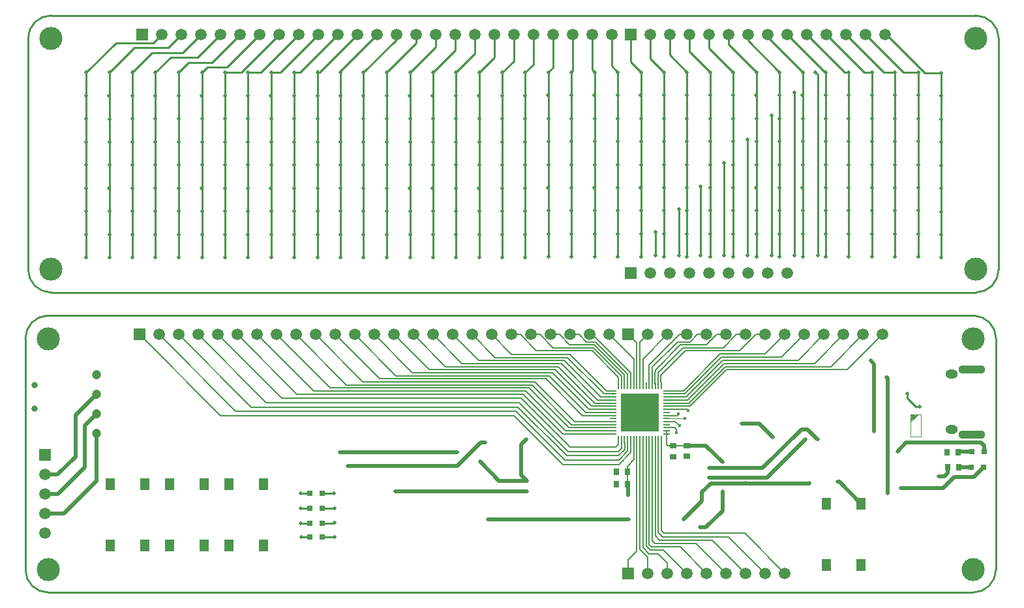
<source format=gbl>
%MOIN*%
%OFA0B0*%
%FSLAX44Y44*%
%IPPOS*%
%LPD*%
%ADD11C,0.00984251968503937*%
%ADD13C,0.005*%
%ADD15C,0.01*%
%ADD17C,0.0039370078740157488*%
%ADD18R,0.031496062992125991X0.035433070866141732*%
%ADD25R,0.035433070866141732X0.031496062992125991*%
%ADD65C,0.01968503937007874*%
%ADD66C,0.047251968503937009*%
%ADD67R,0.043307086614173235X0.043307086614173235*%
%ADD68O,0.062992125984251982X0.047244094488188976*%
%ADD69O,0.070866141732283464X0.043307086614173235*%
%ADD70C,0.0315*%
%ADD71C,0.059055118110236227*%
%ADD72R,0.059055118110236227X0.059055118110236227*%
%ADD73R,0.059055118110236227X0.059055118110236227*%
%ADD74C,0.01968503937007874*%
%ADD75C,0.017716535433070866*%
%ADD76C,0.11811023622047245*%
%ADD77R,0.051181102362204731X0.061019685039370088*%
%ADD78R,0.031496062992125991X0.031496062992125991*%
%ADD79R,0.19488188976377954X0.19488188976377954*%
%ADD80R,0.033070866141732283X0.0086614173228346455*%
%ADD81R,0.0086614173228346455X0.033070866141732283*%
%ADD94C,0.01*%
%ADD101R,0.059055118110236227X0.059055118110236227*%
%ADD102C,0.059055118110236227*%
%ADD103C,0.01968503937007874*%
%ADD104C,0.11811023622047245*%
G01*
G75*
D11*
X00017800Y00005994D02*
X00017809Y00006003D01*
X00018425Y00006003D01*
X00017800Y00006712D02*
X00018415Y00006712D01*
X00018425Y00006722D01*
X00017809Y00007470D02*
X00018405Y00007470D01*
X00017800Y00007460D02*
X00017809Y00007470D01*
X00017800Y00008218D02*
X00018395Y00008218D01*
X00016712Y00005994D02*
X00017170Y00005994D01*
X00016702Y00006712D02*
X00017170Y00006712D01*
X00016702Y00007460D02*
X00017170Y00007460D01*
X00016702Y00008218D02*
X00017170Y00008218D01*
X00048326Y00012657D02*
X00048336Y00012667D01*
X00048129Y00012657D02*
X00048326Y00012657D01*
X00047696Y00013090D02*
X00048129Y00012657D01*
X00047696Y00013090D02*
X00047696Y00013336D01*
D13*
X00035462Y00010669D02*
X00036427Y00010669D01*
X00035265Y00006190D02*
X00039376Y00006190D01*
X00035187Y00006003D02*
X00038563Y00006003D01*
X00035029Y00005836D02*
X00037731Y00005836D01*
X00035127Y00006328D02*
X00035265Y00006190D01*
X00034970Y00006220D02*
X00035187Y00006003D01*
X00034812Y00006053D02*
X00035029Y00005836D01*
X00036415Y00012531D02*
X00036476Y00012470D01*
X00035875Y00011338D02*
X00035875Y00011509D01*
X00035799Y00011586D02*
X00035875Y00011509D01*
X00035381Y00011586D02*
X00035799Y00011586D01*
X00035917Y00012216D02*
X00035994Y00012293D01*
X00035381Y00012531D02*
X00036415Y00012531D01*
X00035381Y00012688D02*
X00036596Y00012688D01*
X00035381Y00012846D02*
X00036527Y00012846D01*
X00035381Y00013003D02*
X00036458Y00013003D01*
X00035381Y00013161D02*
X00036390Y00013161D01*
X00036321Y00013318D02*
X00038196Y00015194D01*
X00035381Y00013318D02*
X00036321Y00013318D01*
X00035834Y00011901D02*
X00036043Y00011692D01*
X00033375Y00008700D02*
X00033375Y00009320D01*
X00033375Y00009616D01*
X00033713Y00009953D01*
X00033713Y00011015D01*
X00033710Y00011017D02*
X00033713Y00011015D01*
X00033395Y00010735D02*
X00033395Y00011017D01*
X00033395Y00010735D02*
X00033403Y00010728D01*
X00033403Y00010395D02*
X00033403Y00010728D01*
X00035381Y00010750D02*
X00035462Y00010669D01*
X00035381Y00010750D02*
X00035381Y00011271D01*
X00035381Y00011429D01*
X00034793Y00005669D02*
X00036898Y00005669D01*
X00034655Y00005807D02*
X00034793Y00005669D01*
X00036898Y00005669D02*
X00038425Y00004142D01*
X00012591Y00012210D02*
X00027598Y00012210D01*
X00008444Y00016357D02*
X00012591Y00012210D01*
X00035381Y00012216D02*
X00035917Y00012216D01*
X00035381Y00011901D02*
X00035834Y00011901D01*
X00036390Y00013161D02*
X00038262Y00015034D01*
X00036252Y00013476D02*
X00038130Y00015354D01*
X00035381Y00013476D02*
X00036252Y00013476D01*
X00038130Y00015354D02*
X00040426Y00015354D01*
X00035381Y00011901D02*
X00035389Y00011909D01*
X00034175Y00005460D02*
X00034498Y00005137D01*
X00035127Y00006328D02*
X00035127Y00011017D01*
X00037731Y00005836D02*
X00039425Y00004142D01*
X00034655Y00005807D02*
X00034655Y00011017D01*
X00034609Y00005484D02*
X00036083Y00005484D01*
X00034498Y00005595D02*
X00034498Y00011017D01*
X00034340Y00005541D02*
X00034547Y00005334D01*
X00034340Y00005541D02*
X00034340Y00011017D01*
X00043786Y00014714D02*
X00045429Y00016357D01*
X00038461Y00014554D02*
X00044626Y00014554D01*
X00039376Y00006190D02*
X00041425Y00004142D01*
X00034970Y00006220D02*
X00034970Y00011017D01*
X00034812Y00006053D02*
X00034812Y00011017D01*
X00038563Y00006003D02*
X00040425Y00004142D01*
X00034498Y00005595D02*
X00034609Y00005484D01*
X00036083Y00005484D02*
X00037425Y00004142D01*
X00034547Y00005334D02*
X00035233Y00005334D01*
X00034025Y00005374D02*
X00034025Y00011017D01*
X00034025Y00005374D02*
X00034425Y00004974D01*
X00033868Y00005265D02*
X00033868Y00011017D01*
X00033425Y00004822D02*
X00033868Y00005265D01*
X00034175Y00005460D02*
X00034183Y00005467D01*
X00033425Y00004142D02*
X00033425Y00004822D01*
X00035233Y00005334D02*
X00036425Y00004142D01*
X00034183Y00005467D02*
X00034183Y00011017D01*
X00034498Y00005137D02*
X00034950Y00005137D01*
X00035425Y00004663D01*
X00035425Y00004142D02*
X00035425Y00004663D01*
X00034425Y00004142D02*
X00034425Y00004974D01*
X00027962Y00013090D02*
X00030458Y00010594D01*
X00015711Y00013090D02*
X00027962Y00013090D01*
X00030458Y00010594D02*
X00032789Y00010594D01*
X00030076Y00011271D02*
X00032669Y00011271D01*
X00028041Y00013306D02*
X00030076Y00011271D01*
X00030230Y00011429D02*
X00032669Y00011429D01*
X00028196Y00013462D02*
X00030230Y00011429D01*
X00017339Y00013462D02*
X00028196Y00013462D01*
X00016495Y00013306D02*
X00028041Y00013306D01*
X00030691Y00011901D02*
X00032669Y00011901D01*
X00028662Y00013930D02*
X00030691Y00011901D01*
X00031100Y00012216D02*
X00032669Y00012216D01*
X00029230Y00014086D02*
X00031100Y00012216D01*
X00031254Y00012374D02*
X00032669Y00012374D01*
X00029385Y00014242D02*
X00031254Y00012374D01*
X00031407Y00012531D02*
X00032669Y00012531D01*
X00029540Y00014398D02*
X00031407Y00012531D01*
X00022403Y00014398D02*
X00029540Y00014398D01*
X00031561Y00012688D02*
X00032669Y00012688D01*
X00029695Y00014554D02*
X00031561Y00012688D01*
X00031714Y00012846D02*
X00032669Y00012846D01*
X00029850Y00014710D02*
X00031714Y00012846D01*
X00031868Y00013003D02*
X00032669Y00013003D01*
X00030005Y00014866D02*
X00031868Y00013003D01*
X00032022Y00013161D02*
X00032669Y00013161D01*
X00030161Y00015022D02*
X00032022Y00013161D01*
X00038196Y00015194D02*
X00041266Y00015194D01*
X00038262Y00015034D02*
X00042106Y00015034D01*
X00036458Y00013003D02*
X00038329Y00014874D01*
X00042946Y00014874D01*
X00036527Y00012846D02*
X00038395Y00014714D01*
X00043786Y00014714D01*
X00036596Y00012688D02*
X00038461Y00014554D01*
X00044626Y00014554D02*
X00046429Y00016357D01*
X00042946Y00014874D02*
X00044429Y00016357D01*
X00042106Y00015034D02*
X00043429Y00016357D01*
X00041266Y00015194D02*
X00042429Y00016357D01*
X00040426Y00015354D02*
X00041429Y00016357D01*
X00032789Y00010594D02*
X00032923Y00010728D01*
X00033553Y00010790D02*
X00033553Y00011017D01*
X00033553Y00010790D02*
X00033553Y00010790D01*
X00033553Y00010738D02*
X00033553Y00010790D01*
X00033553Y00010738D02*
X00033563Y00010728D01*
X00032923Y00010728D02*
X00032923Y00011017D01*
X00033080Y00010827D02*
X00033080Y00011017D01*
X00033080Y00010827D02*
X00033083Y00010824D01*
X00033083Y00010528D02*
X00033083Y00010824D01*
X00033238Y00010827D02*
X00033238Y00011017D01*
X00033238Y00010827D02*
X00033243Y00010822D01*
X00033243Y00010461D02*
X00033243Y00010822D01*
X00032948Y00009714D02*
X00033563Y00010329D01*
X00030094Y00009714D02*
X00032948Y00009714D01*
X00033563Y00010329D02*
X00033563Y00010728D01*
X00032942Y00009934D02*
X00033403Y00010395D01*
X00030185Y00009934D02*
X00032942Y00009934D01*
X00032935Y00010154D02*
X00033243Y00010461D01*
X00030276Y00010154D02*
X00032935Y00010154D01*
X00032929Y00010374D02*
X00033083Y00010528D01*
X00030367Y00010374D02*
X00032929Y00010374D01*
X00027871Y00012870D02*
X00030367Y00010374D01*
X00027780Y00012650D02*
X00030276Y00010154D01*
X00027689Y00012430D02*
X00030185Y00009934D01*
X00027598Y00012210D02*
X00030094Y00009714D01*
X00013371Y00012430D02*
X00027689Y00012430D01*
X00009444Y00016357D02*
X00013371Y00012430D01*
X00014151Y00012650D02*
X00027780Y00012650D01*
X00010444Y00016357D02*
X00014151Y00012650D01*
X00014931Y00012870D02*
X00027871Y00012870D01*
X00011444Y00016357D02*
X00014931Y00012870D01*
X00012444Y00016357D02*
X00015711Y00013090D01*
X00013444Y00016357D02*
X00016495Y00013306D01*
X00014444Y00016357D02*
X00017339Y00013462D01*
X00015444Y00016357D02*
X00018183Y00013618D01*
X00028352Y00013618D01*
X00016444Y00016357D02*
X00019027Y00013774D01*
X00028507Y00013774D01*
X00017444Y00016357D02*
X00019871Y00013930D01*
X00028662Y00013930D01*
X00030384Y00011586D02*
X00032669Y00011586D01*
X00030537Y00011744D02*
X00032669Y00011744D01*
X00028507Y00013774D02*
X00030537Y00011744D01*
X00028352Y00013618D02*
X00030384Y00011586D01*
X00026444Y00016357D02*
X00027467Y00015334D01*
X00030471Y00015334D01*
X00032659Y00013309D02*
X00032669Y00013318D01*
X00025444Y00016357D02*
X00026623Y00015178D01*
X00030316Y00015178D01*
X00024444Y00016357D02*
X00025779Y00015022D01*
X00030161Y00015022D01*
X00023444Y00016357D02*
X00024935Y00014866D01*
X00030005Y00014866D01*
X00018444Y00016357D02*
X00020715Y00014086D01*
X00029230Y00014086D01*
X00019444Y00016357D02*
X00021559Y00014242D01*
X00029385Y00014242D01*
X00020444Y00016357D02*
X00022403Y00014398D01*
X00021444Y00016357D02*
X00023247Y00014554D01*
X00029695Y00014554D01*
X00022444Y00016357D02*
X00024091Y00014710D01*
X00029850Y00014710D01*
X00032329Y00013476D02*
X00032669Y00013476D01*
X00032175Y00013318D02*
X00032669Y00013318D01*
X00030471Y00015334D02*
X00032329Y00013476D01*
X00030316Y00015178D02*
X00032175Y00013318D01*
X00028737Y00015526D02*
X00031578Y00015526D01*
X00027907Y00016357D02*
X00028737Y00015526D01*
X00036039Y00016357D02*
X00036429Y00016357D01*
X00035947Y00015976D02*
X00036586Y00015976D01*
X00036086Y00015826D02*
X00037436Y00015826D01*
X00036224Y00015676D02*
X00038286Y00015676D01*
X00036363Y00015526D02*
X00039136Y00015526D01*
X00036966Y00016357D02*
X00037429Y00016357D01*
X00036586Y00015976D02*
X00036966Y00016357D01*
X00037966Y00016357D02*
X00038429Y00016357D01*
X00037436Y00015826D02*
X00037966Y00016357D01*
X00038966Y00016357D02*
X00039429Y00016357D01*
X00038286Y00015676D02*
X00038966Y00016357D01*
X00039966Y00016357D02*
X00040429Y00016357D01*
X00039136Y00015526D02*
X00039966Y00016357D01*
X00034498Y00013730D02*
X00034498Y00014815D01*
X00034655Y00013730D02*
X00034655Y00013756D01*
X00034648Y00013763D02*
X00034655Y00013756D01*
X00034648Y00013763D02*
X00034648Y00014448D01*
X00034654Y00014453D01*
X00034654Y00014530D01*
X00034655Y00014531D01*
X00034655Y00014684D01*
X00034812Y00013730D02*
X00034812Y00013811D01*
X00034798Y00013825D02*
X00034812Y00013811D01*
X00034798Y00013825D02*
X00034798Y00014386D01*
X00034804Y00014391D01*
X00034804Y00014468D01*
X00034809Y00014473D01*
X00034809Y00014550D01*
X00034970Y00013730D02*
X00034970Y00013866D01*
X00034948Y00013888D02*
X00034970Y00013866D01*
X00034948Y00013888D02*
X00034948Y00014323D01*
X00034954Y00014329D01*
X00034954Y00014406D01*
X00035127Y00013730D02*
X00035127Y00013920D01*
X00035098Y00013950D02*
X00035127Y00013920D01*
X00035098Y00013950D02*
X00035098Y00014261D01*
X00034183Y00013730D02*
X00034183Y00015111D01*
X00034025Y00013730D02*
X00034025Y00015953D01*
X00033862Y00013736D02*
X00033862Y00015924D01*
X00033712Y00013731D02*
X00033712Y00015089D01*
X00031596Y00016357D02*
X00033562Y00014391D01*
X00033562Y00013793D02*
X00033562Y00014391D01*
X00031764Y00015976D02*
X00033395Y00014346D01*
X00033395Y00013730D02*
X00033395Y00014346D01*
X00034498Y00014815D02*
X00036039Y00016357D01*
X00034655Y00014684D02*
X00035947Y00015976D01*
X00034809Y00014550D02*
X00036086Y00015826D01*
X00034954Y00014406D02*
X00036224Y00015676D01*
X00035098Y00014261D02*
X00036363Y00015526D01*
X00034183Y00015111D02*
X00035429Y00016357D01*
X00034025Y00015953D02*
X00034429Y00016357D01*
X00033560Y00013792D02*
X00033562Y00013793D01*
X00033560Y00013737D02*
X00033560Y00013792D01*
X00033553Y00013730D02*
X00033560Y00013737D01*
X00033862Y00013736D02*
X00033868Y00013730D01*
X00033710Y00013730D02*
X00033712Y00013731D01*
X00031702Y00015826D02*
X00033238Y00014291D01*
X00033238Y00013730D02*
X00033238Y00014291D01*
X00031640Y00015676D02*
X00033080Y00014236D01*
X00033080Y00013730D02*
X00033080Y00014236D01*
X00031578Y00015526D02*
X00032923Y00014182D01*
X00032923Y00013730D02*
X00032923Y00014182D01*
X00033429Y00016357D02*
X00033862Y00015924D01*
X00032444Y00016357D02*
X00033712Y00015089D01*
X00027444Y00016357D02*
X00027907Y00016357D01*
X00028444Y00016357D02*
X00028907Y00016357D01*
X00029587Y00015676D02*
X00031640Y00015676D01*
X00028907Y00016357D02*
X00029587Y00015676D01*
X00029444Y00016357D02*
X00029907Y00016357D01*
X00030437Y00015826D02*
X00031702Y00015826D01*
X00029907Y00016357D02*
X00030437Y00015826D01*
X00030444Y00016357D02*
X00030907Y00016357D01*
X00031287Y00015976D02*
X00031764Y00015976D01*
X00030907Y00016357D02*
X00031287Y00015976D01*
X00031444Y00016357D02*
X00031596Y00016357D01*
D15*
X00003799Y00017331D02*
G03*
X00002618Y00016150J-00001181D01*
G01*
X00052224Y00016150D02*
G03*
X00051043Y00017331I-00001181D01*
G01*
X00051043Y00003158D02*
G03*
X00052224Y00004339J00001181D01*
G01*
X00002618Y00004339D02*
G03*
X00003799Y00003158I00001181D01*
G01*
X00002618Y00004339D02*
X00002618Y00016150D01*
X00003799Y00017321D02*
X00051043Y00017321D01*
X00003799Y00003158D02*
X00051043Y00003158D01*
X00052224Y00004339D02*
X00052224Y00016150D01*
D17*
X00035381Y00012059D02*
X00036316Y00012059D01*
X00047864Y00012238D02*
X00047903Y00012277D01*
X00047864Y00012198D02*
X00047942Y00012277D01*
X00047864Y00012159D02*
X00047982Y00012277D01*
X00047864Y00012120D02*
X00048021Y00012277D01*
X00047864Y00012080D02*
X00048061Y00012277D01*
X00047864Y00012041D02*
X00048100Y00012277D01*
X00047864Y00012001D02*
X00048139Y00012277D01*
X00047864Y00011962D02*
X00048179Y00012277D01*
X00047864Y00011923D02*
X00048218Y00012277D01*
X00047864Y00011883D02*
X00048257Y00012277D01*
X00047864Y00011127D02*
X00048375Y00011127D01*
X00048375Y00012277D01*
X00047864Y00012277D02*
X00048375Y00012277D01*
X00047864Y00011127D02*
X00047864Y00012277D01*
D18*
X00032824Y00009320D02*
D03*
X00033375Y00009320D02*
D03*
X00032824Y00008700D02*
D03*
X00033375Y00008700D02*
D03*
X00049753Y00009566D02*
D03*
X00050305Y00009566D02*
D03*
X00050285Y00010334D02*
D03*
X00049734Y00010334D02*
D03*
D25*
X00035728Y00010108D02*
D03*
X00035728Y00010659D02*
D03*
X00036427Y00010118D02*
D03*
X00036427Y00010669D02*
D03*
D65*
X00037639Y00008750D02*
X00042687Y00008750D01*
X00037204Y00008315D02*
X00037639Y00008750D01*
X00037204Y00007826D02*
X00037204Y00008315D01*
X00036267Y00006889D02*
X00037204Y00007826D01*
X00026255Y00006889D02*
X00033464Y00006889D01*
X00042687Y00008750D02*
X00042696Y00008759D01*
X00037098Y00006496D02*
X00037401Y00006496D01*
X00038248Y00007342D01*
X00038248Y00008346D01*
X00044212Y00008818D02*
X00045334Y00007696D01*
X00044124Y00008818D02*
X00044212Y00008818D01*
X00021525Y00008326D02*
X00021545Y00008346D01*
X00028248Y00008346D01*
X00033375Y00008700D02*
X00033405Y00008671D01*
X00033405Y00008139D02*
X00033405Y00008671D01*
X00040301Y00009525D02*
X00042293Y00011517D01*
X00037560Y00009525D02*
X00040301Y00009525D01*
X00037539Y00009547D02*
X00037560Y00009525D01*
X00037401Y00010669D02*
X00038248Y00009822D01*
X00036427Y00010669D02*
X00037401Y00010669D01*
X00006240Y00008860D02*
X00006240Y00011295D01*
X00004582Y00007202D02*
X00006240Y00008860D01*
X00003622Y00007202D02*
X00004582Y00007202D01*
X00003622Y00008202D02*
X00004295Y00008202D01*
X00005649Y00009557D01*
X00005649Y00011704D01*
X00006240Y00012295D01*
X00003622Y00009202D02*
X00004271Y00009202D01*
X00005177Y00010108D01*
X00005177Y00012232D01*
X00006240Y00013295D01*
X00027962Y00009173D02*
X00028257Y00008877D01*
X00027962Y00009173D02*
X00027962Y00010732D01*
X00026820Y00008877D02*
X00028257Y00008877D01*
X00028238Y00011007D02*
X00028238Y00011017D01*
X00027962Y00010732D02*
X00028238Y00011007D01*
X00025846Y00009852D02*
X00026820Y00008877D01*
X00025875Y00010846D02*
X00026122Y00010846D01*
X00024675Y00009645D02*
X00025875Y00010846D01*
X00018720Y00010324D02*
X00024675Y00010324D01*
X00018700Y00010344D02*
X00018720Y00010324D01*
X00019104Y00009645D02*
X00024675Y00009645D01*
X00042578Y00011517D02*
X00043082Y00011013D01*
X00042293Y00011517D02*
X00042578Y00011517D01*
X00043082Y00011013D02*
X00043118Y00011013D01*
X00037539Y00009047D02*
X00040529Y00009047D01*
X00042500Y00011017D01*
X00039222Y00011801D02*
X00040108Y00011801D01*
X00040807Y00011102D01*
X00045994Y00011427D02*
X00046003Y00011417D01*
X00045994Y00011427D02*
X00045994Y00014832D01*
X00045807Y00015019D02*
X00045994Y00014832D01*
X00047362Y00008494D02*
X00049517Y00008494D01*
X00050088Y00009064D01*
X00051097Y00009064D01*
X00051599Y00009566D01*
X00050285Y00009566D02*
X00050969Y00009566D01*
X00049753Y00009261D02*
X00049753Y00009566D01*
X00049586Y00009094D02*
X00049753Y00009261D01*
X00049281Y00009094D02*
X00049586Y00009094D01*
X00050285Y00010334D02*
X00050305Y00010354D01*
X00050998Y00010354D01*
X00047175Y00010383D02*
X00047627Y00010836D01*
X00051628Y00010354D02*
X00051628Y00010654D01*
X00051446Y00010836D02*
X00051628Y00010654D01*
X00047627Y00010836D02*
X00051446Y00010836D01*
X00046624Y00014183D02*
X00046673Y00014133D01*
X00046673Y00008224D02*
X00046673Y00014133D01*
D66*
X00006240Y00011295D02*
D03*
X00006240Y00012295D02*
D03*
X00006240Y00013295D02*
D03*
X00006240Y00014295D02*
D03*
D67*
X00050802Y00014566D02*
D03*
X00051166Y00014566D02*
D03*
X00051166Y00011240D02*
D03*
X00050802Y00011240D02*
D03*
D68*
X00049970Y00011486D02*
D03*
X00049970Y00014320D02*
D03*
D69*
X00050639Y00011240D02*
D03*
X00051328Y00011240D02*
D03*
X00051328Y00014566D02*
D03*
X00050639Y00014566D02*
D03*
D70*
X00003100Y00012578D02*
D03*
X00003100Y00013759D02*
D03*
D71*
X00003622Y00006202D02*
D03*
X00003622Y00007202D02*
D03*
X00003622Y00008202D02*
D03*
X00003622Y00009202D02*
D03*
X00034425Y00004142D02*
D03*
X00041425Y00004142D02*
D03*
X00040425Y00004142D02*
D03*
X00039425Y00004142D02*
D03*
X00038425Y00004142D02*
D03*
X00037425Y00004142D02*
D03*
X00036425Y00004142D02*
D03*
X00035425Y00004142D02*
D03*
X00042429Y00016357D02*
D03*
X00043429Y00016357D02*
D03*
X00046429Y00016357D02*
D03*
X00045429Y00016357D02*
D03*
X00044429Y00016357D02*
D03*
X00041429Y00016357D02*
D03*
X00025444Y00016357D02*
D03*
X00024444Y00016357D02*
D03*
X00023444Y00016357D02*
D03*
X00019444Y00016357D02*
D03*
X00020444Y00016357D02*
D03*
X00021444Y00016357D02*
D03*
X00022444Y00016357D02*
D03*
X00026444Y00016357D02*
D03*
X00009444Y00016357D02*
D03*
X00010444Y00016357D02*
D03*
X00011444Y00016357D02*
D03*
X00012444Y00016357D02*
D03*
X00013444Y00016357D02*
D03*
X00014444Y00016357D02*
D03*
X00015444Y00016357D02*
D03*
X00016444Y00016357D02*
D03*
X00017444Y00016357D02*
D03*
X00018444Y00016357D02*
D03*
X00027444Y00016357D02*
D03*
X00028444Y00016357D02*
D03*
X00029444Y00016357D02*
D03*
X00030444Y00016357D02*
D03*
X00031444Y00016357D02*
D03*
X00032444Y00016357D02*
D03*
X00040429Y00016357D02*
D03*
X00039429Y00016357D02*
D03*
X00038429Y00016357D02*
D03*
X00037429Y00016357D02*
D03*
X00036429Y00016357D02*
D03*
X00035429Y00016357D02*
D03*
X00034429Y00016357D02*
D03*
D72*
X00003622Y00010202D02*
D03*
D73*
X00033425Y00004142D02*
D03*
X00008444Y00016357D02*
D03*
X00033429Y00016357D02*
D03*
D74*
X00036267Y00006889D02*
D03*
X00033464Y00006889D02*
D03*
X00026255Y00006889D02*
D03*
X00042696Y00008759D02*
D03*
X00039429Y00008769D02*
D03*
X00037098Y00006496D02*
D03*
X00038248Y00008346D02*
D03*
X00044124Y00008818D02*
D03*
X00021525Y00008326D02*
D03*
X00028248Y00008346D02*
D03*
X00033405Y00008139D02*
D03*
X00038248Y00009822D02*
D03*
X00028238Y00011017D02*
D03*
X00025846Y00009852D02*
D03*
X00028257Y00008877D02*
D03*
X00026122Y00010846D02*
D03*
X00024675Y00010324D02*
D03*
X00019104Y00009645D02*
D03*
X00018700Y00010344D02*
D03*
X00018425Y00006003D02*
D03*
X00018425Y00006722D02*
D03*
X00018395Y00008218D02*
D03*
X00018405Y00007470D02*
D03*
X00016712Y00005994D02*
D03*
X00016702Y00006712D02*
D03*
X00016702Y00007460D02*
D03*
X00016702Y00008218D02*
D03*
X00042500Y00011017D02*
D03*
X00043118Y00011013D02*
D03*
X00037539Y00009547D02*
D03*
X00037539Y00009047D02*
D03*
X00039222Y00011801D02*
D03*
X00040807Y00011102D02*
D03*
X00048336Y00012667D02*
D03*
X00047696Y00013336D02*
D03*
X00046003Y00011417D02*
D03*
X00045807Y00015019D02*
D03*
X00047362Y00008494D02*
D03*
X00049281Y00009094D02*
D03*
X00047175Y00010383D02*
D03*
X00046673Y00008224D02*
D03*
X00046624Y00014183D02*
D03*
D75*
X00036316Y00012059D02*
D03*
X00036476Y00012470D02*
D03*
X00035994Y00012293D02*
D03*
X00036043Y00011692D02*
D03*
X00035875Y00011338D02*
D03*
D76*
X00003799Y00016150D02*
D03*
X00051043Y00016150D02*
D03*
X00051043Y00004339D02*
D03*
X00003799Y00004339D02*
D03*
D77*
X00043563Y00007696D02*
D03*
X00043563Y00004566D02*
D03*
X00045334Y00007696D02*
D03*
X00045334Y00004566D02*
D03*
X00008734Y00005573D02*
D03*
X00008734Y00008703D02*
D03*
X00006963Y00005573D02*
D03*
X00006963Y00008703D02*
D03*
X00014788Y00005573D02*
D03*
X00014788Y00008703D02*
D03*
X00013016Y00005573D02*
D03*
X00013016Y00008703D02*
D03*
X00011766Y00005573D02*
D03*
X00011766Y00008703D02*
D03*
X00009994Y00005573D02*
D03*
X00009994Y00008703D02*
D03*
D78*
X00051628Y00010354D02*
D03*
X00050998Y00010354D02*
D03*
X00051599Y00009566D02*
D03*
X00050969Y00009566D02*
D03*
X00017800Y00006712D02*
D03*
X00017170Y00006712D02*
D03*
X00017800Y00007460D02*
D03*
X00017170Y00007460D02*
D03*
X00017800Y00005994D02*
D03*
X00017170Y00005994D02*
D03*
X00017800Y00008218D02*
D03*
X00017170Y00008218D02*
D03*
D79*
X00034025Y00012374D02*
D03*
D80*
X00032669Y00013476D02*
D03*
X00032669Y00013318D02*
D03*
X00032669Y00013161D02*
D03*
X00032669Y00013003D02*
D03*
X00032669Y00012846D02*
D03*
X00032669Y00012688D02*
D03*
X00032669Y00012531D02*
D03*
X00032669Y00012374D02*
D03*
X00032669Y00012216D02*
D03*
X00032669Y00012059D02*
D03*
X00032669Y00011901D02*
D03*
X00032669Y00011744D02*
D03*
X00032669Y00011586D02*
D03*
X00032669Y00011429D02*
D03*
X00032669Y00011271D02*
D03*
X00035381Y00011271D02*
D03*
X00035381Y00011429D02*
D03*
X00035381Y00011586D02*
D03*
X00035381Y00011744D02*
D03*
X00035381Y00011901D02*
D03*
X00035381Y00012059D02*
D03*
X00035381Y00012216D02*
D03*
X00035381Y00012374D02*
D03*
X00035381Y00012531D02*
D03*
X00035381Y00012688D02*
D03*
X00035381Y00012846D02*
D03*
X00035381Y00013003D02*
D03*
X00035381Y00013161D02*
D03*
X00035381Y00013318D02*
D03*
X00035381Y00013476D02*
D03*
D81*
X00035127Y00013730D02*
D03*
X00034970Y00013730D02*
D03*
X00034812Y00013730D02*
D03*
X00034655Y00013730D02*
D03*
X00034498Y00013730D02*
D03*
X00034340Y00013730D02*
D03*
X00034183Y00013730D02*
D03*
X00034025Y00013730D02*
D03*
X00033868Y00013730D02*
D03*
X00033710Y00013730D02*
D03*
X00033553Y00013730D02*
D03*
X00033395Y00013730D02*
D03*
X00033238Y00013730D02*
D03*
X00033080Y00013730D02*
D03*
X00032923Y00013730D02*
D03*
X00032923Y00011017D02*
D03*
X00033080Y00011017D02*
D03*
X00033238Y00011017D02*
D03*
X00033395Y00011017D02*
D03*
X00033553Y00011017D02*
D03*
X00033710Y00011017D02*
D03*
X00033868Y00011017D02*
D03*
X00034025Y00011017D02*
D03*
X00034183Y00011017D02*
D03*
X00034340Y00011017D02*
D03*
X00034498Y00011017D02*
D03*
X00034655Y00011017D02*
D03*
X00034812Y00011017D02*
D03*
X00034970Y00011017D02*
D03*
X00035127Y00011017D02*
D03*
G04 next file*
G04*
G04 #@! TF.GenerationSoftware,Altium Limited,Altium Designer,18.1.9 (240)*
G04*
G04 Layer_Physical_Order=2*
G04 Layer_Color=16711680*
G04 skipping 71
G01*
G75*
D94*
X00043001Y00029773D02*
X00043120Y00029655D01*
X00043120Y00020413D02*
X00043120Y00029655D01*
X00041919Y00020408D02*
X00041919Y00028740D01*
X00040767Y00020408D02*
X00040767Y00027564D01*
X00039517Y00020393D02*
X00039517Y00026338D01*
X00038336Y00020393D02*
X00038336Y00025118D01*
X00037116Y00020393D02*
X00037116Y00023937D01*
X00036023Y00020408D02*
X00036023Y00022765D01*
X00034832Y00020413D02*
X00034832Y00021614D01*
X00034812Y00020393D02*
X00034832Y00020413D01*
X00005738Y00027391D02*
X00005738Y00029744D01*
X00005738Y00029763D02*
X00007244Y00031269D01*
X00009149Y00031269D01*
X00009582Y00031702D01*
X00006909Y00027381D02*
X00006909Y00029734D01*
X00006909Y00022657D02*
X00006909Y00025019D01*
X00009913Y00031033D02*
X00010582Y00031702D01*
X00008188Y00031033D02*
X00009913Y00031033D01*
X00006909Y00029753D02*
X00008188Y00031033D01*
X00008090Y00027391D02*
X00008090Y00029744D01*
X00008090Y00022667D02*
X00008090Y00025029D01*
X00010647Y00030767D02*
X00011582Y00031702D01*
X00009094Y00030767D02*
X00010647Y00030767D01*
X00008090Y00029763D02*
X00009094Y00030767D01*
X00009271Y00027391D02*
X00009271Y00029744D01*
X00009271Y00022667D02*
X00009271Y00025029D01*
X00011421Y00030541D02*
X00012582Y00031702D01*
X00010049Y00030541D02*
X00011421Y00030541D01*
X00009271Y00029763D02*
X00010049Y00030541D01*
X00010462Y00027391D02*
X00010462Y00029744D01*
X00010462Y00022667D02*
X00010462Y00025029D01*
X00012145Y00030265D02*
X00013582Y00031702D01*
X00010964Y00030265D02*
X00012145Y00030265D01*
X00010462Y00029763D02*
X00010964Y00030265D01*
X00011643Y00027391D02*
X00011643Y00029744D01*
X00011643Y00022667D02*
X00011643Y00025029D01*
X00012919Y00030039D02*
X00014582Y00031702D01*
X00011919Y00030039D02*
X00012919Y00030039D01*
X00011643Y00029763D02*
X00011919Y00030039D01*
X00010492Y00031702D02*
X00010582Y00031702D01*
X00012814Y00029763D02*
X00013643Y00029763D01*
X00012814Y00027391D02*
X00012814Y00029744D01*
X00013643Y00029763D02*
X00015582Y00031702D01*
X00013996Y00027391D02*
X00013996Y00029744D01*
X00013996Y00029763D02*
X00014643Y00029763D01*
X00016582Y00031702D01*
X00015177Y00027391D02*
X00015177Y00029744D01*
X00015177Y00029763D02*
X00015643Y00029763D01*
X00017582Y00031702D01*
X00016368Y00027391D02*
X00016368Y00029744D01*
X00016368Y00029763D02*
X00016643Y00029763D01*
X00018582Y00031702D01*
X00017549Y00027391D02*
X00017549Y00029744D01*
X00017549Y00029763D02*
X00017643Y00029763D01*
X00019582Y00031702D01*
X00049438Y00027372D02*
X00049438Y00029724D01*
X00048592Y00029744D02*
X00049438Y00029744D01*
X00046633Y00031702D02*
X00048592Y00029744D01*
X00046566Y00031702D02*
X00046633Y00031702D01*
X00048257Y00027411D02*
X00048257Y00029763D01*
X00047486Y00029783D02*
X00048257Y00029783D01*
X00045566Y00031702D02*
X00047486Y00029783D01*
X00047066Y00027411D02*
X00047066Y00029763D01*
X00046486Y00029783D02*
X00047066Y00029783D01*
X00044566Y00031702D02*
X00046486Y00029783D01*
X00045885Y00027411D02*
X00045885Y00029763D01*
X00045486Y00029783D02*
X00045885Y00029783D01*
X00043566Y00031702D02*
X00045486Y00029783D01*
X00044704Y00027411D02*
X00044704Y00029763D01*
X00044486Y00029783D02*
X00044704Y00029783D01*
X00042566Y00031702D02*
X00044486Y00029783D01*
X00043533Y00027411D02*
X00043533Y00029763D01*
X00043486Y00029783D02*
X00043533Y00029783D01*
X00041566Y00031702D02*
X00043486Y00029783D01*
X00042342Y00027411D02*
X00042342Y00029763D01*
X00040566Y00031559D02*
X00042342Y00029783D01*
X00040566Y00031559D02*
X00040566Y00031702D01*
X00041171Y00027411D02*
X00041171Y00029763D01*
X00039566Y00031387D02*
X00041171Y00029783D01*
X00039566Y00031387D02*
X00039566Y00031702D01*
X00039980Y00027411D02*
X00039980Y00029763D01*
X00038566Y00031196D02*
X00039980Y00029783D01*
X00038566Y00031196D02*
X00038566Y00031702D01*
X00038799Y00027411D02*
X00038799Y00029763D01*
X00037566Y00031015D02*
X00038799Y00029783D01*
X00037566Y00031015D02*
X00037566Y00031702D01*
X00037618Y00027411D02*
X00037618Y00029763D01*
X00036566Y00030834D02*
X00037618Y00029783D01*
X00036566Y00030834D02*
X00036566Y00031702D01*
X00036437Y00027411D02*
X00036437Y00029763D01*
X00035566Y00030653D02*
X00036437Y00029783D01*
X00035566Y00030653D02*
X00035566Y00031702D01*
X00035255Y00027411D02*
X00035255Y00029763D01*
X00034566Y00030472D02*
X00035255Y00029783D01*
X00034566Y00030472D02*
X00034566Y00031702D01*
X00034074Y00027411D02*
X00034074Y00029763D01*
X00033566Y00030291D02*
X00034074Y00029783D01*
X00033566Y00030291D02*
X00033566Y00031702D01*
X00032903Y00027411D02*
X00032903Y00029763D01*
X00032582Y00030104D02*
X00032903Y00029783D01*
X00032582Y00030104D02*
X00032582Y00031702D01*
X00031712Y00027411D02*
X00031712Y00029763D01*
X00031582Y00029913D02*
X00031712Y00029783D01*
X00031582Y00029913D02*
X00031582Y00031702D01*
X00030531Y00027411D02*
X00030531Y00029763D01*
X00030531Y00029783D02*
X00030582Y00029834D01*
X00030582Y00031702D01*
X00029340Y00027411D02*
X00029340Y00029763D01*
X00029340Y00029783D02*
X00029582Y00030025D01*
X00029582Y00031702D01*
X00028169Y00027391D02*
X00028169Y00029744D01*
X00028169Y00029763D02*
X00028582Y00030177D01*
X00028582Y00031702D01*
X00026998Y00027391D02*
X00026998Y00029744D01*
X00026998Y00029763D02*
X00027582Y00030348D01*
X00027582Y00031702D01*
X00025807Y00027391D02*
X00025807Y00029744D01*
X00025807Y00029763D02*
X00026582Y00030539D01*
X00026582Y00031702D01*
X00024625Y00027391D02*
X00024625Y00029744D01*
X00024625Y00029763D02*
X00025582Y00030720D01*
X00025582Y00031702D01*
X00023444Y00027391D02*
X00023444Y00029744D01*
X00023444Y00029763D02*
X00024582Y00030901D01*
X00024582Y00031702D01*
X00022273Y00027391D02*
X00022273Y00029744D01*
X00022273Y00029763D02*
X00023582Y00031072D01*
X00023582Y00031702D01*
X00021082Y00027391D02*
X00021082Y00029744D01*
X00022582Y00031263D02*
X00022582Y00031702D01*
X00021082Y00029763D02*
X00022582Y00031263D01*
X00019901Y00027391D02*
X00019901Y00029744D01*
X00021582Y00031444D02*
X00021582Y00031702D01*
X00019901Y00029763D02*
X00021582Y00031444D01*
X00018720Y00027391D02*
X00018720Y00029744D01*
X00018720Y00029840D02*
X00020582Y00031702D01*
X00018720Y00029763D02*
X00018720Y00029840D01*
X00017549Y00029763D02*
X00017549Y00029872D01*
X00016476Y00031702D02*
X00016582Y00031702D01*
X00005738Y00021476D02*
X00005738Y00022667D01*
X00005738Y00025029D01*
X00005738Y00020305D02*
X00005738Y00021476D01*
X00005738Y00026210D02*
X00005738Y00027391D01*
X00005738Y00025029D02*
X00005738Y00026210D01*
X00048257Y00020324D02*
X00048257Y00021496D01*
X00048257Y00022687D01*
X00048257Y00025049D01*
X00048257Y00026230D01*
X00048257Y00027411D01*
X00047066Y00020324D02*
X00047066Y00021496D01*
X00047066Y00022687D01*
X00047066Y00025049D01*
X00047066Y00026230D01*
X00047066Y00027411D01*
X00045885Y00020324D02*
X00045885Y00021496D01*
X00045885Y00022687D01*
X00045885Y00025049D01*
X00045885Y00026230D01*
X00045885Y00027411D01*
X00044704Y00020324D02*
X00044704Y00021496D01*
X00044704Y00022687D01*
X00044704Y00025049D01*
X00044704Y00026230D01*
X00044704Y00027411D01*
X00043533Y00020324D02*
X00043533Y00021496D01*
X00043533Y00022687D01*
X00043533Y00025049D01*
X00043533Y00026230D01*
X00043533Y00027411D01*
X00042342Y00020324D02*
X00042342Y00021496D01*
X00042342Y00022687D01*
X00042342Y00025049D01*
X00042342Y00026230D01*
X00042342Y00027411D01*
X00041171Y00020324D02*
X00041171Y00021496D01*
X00041171Y00022687D01*
X00041171Y00025049D01*
X00041171Y00026230D01*
X00041171Y00027411D01*
X00039980Y00020324D02*
X00039980Y00021496D01*
X00039980Y00022687D01*
X00039980Y00025049D01*
X00039980Y00026230D01*
X00039980Y00027411D01*
X00038799Y00020324D02*
X00038799Y00021496D01*
X00038799Y00022687D01*
X00038799Y00025049D01*
X00038799Y00026230D01*
X00038799Y00027411D01*
X00037618Y00020324D02*
X00037618Y00021496D01*
X00037618Y00022687D01*
X00037618Y00025049D01*
X00037618Y00026230D01*
X00037618Y00027411D01*
X00036437Y00020324D02*
X00036437Y00021496D01*
X00036437Y00022687D01*
X00036437Y00025049D01*
X00036437Y00026230D01*
X00036437Y00027411D01*
X00035255Y00020324D02*
X00035255Y00021496D01*
X00035255Y00022687D01*
X00035255Y00025049D01*
X00035255Y00026230D01*
X00035255Y00027411D01*
X00034074Y00020324D02*
X00034074Y00021496D01*
X00034074Y00022687D01*
X00034074Y00025049D01*
X00034074Y00026230D01*
X00034074Y00027411D01*
X00032903Y00020324D02*
X00032903Y00021496D01*
X00032903Y00022687D01*
X00032903Y00025049D01*
X00032903Y00026230D01*
X00032903Y00027411D01*
X00031712Y00020324D02*
X00031712Y00021496D01*
X00031712Y00022687D01*
X00031712Y00025049D01*
X00031712Y00026230D01*
X00031712Y00027411D01*
X00030531Y00020324D02*
X00030531Y00021496D01*
X00030531Y00022687D01*
X00030531Y00025049D01*
X00030531Y00026230D01*
X00030531Y00027411D01*
X00029340Y00020324D02*
X00029340Y00021496D01*
X00029340Y00022687D01*
X00029340Y00025049D01*
X00029340Y00026230D01*
X00029340Y00027411D01*
X00028169Y00020305D02*
X00028169Y00021476D01*
X00028169Y00022667D01*
X00028169Y00025029D01*
X00028169Y00026210D01*
X00028169Y00027391D01*
X00049438Y00020285D02*
X00049438Y00021456D01*
X00049438Y00022647D01*
X00049438Y00025009D01*
X00049438Y00026190D01*
X00049438Y00027372D01*
X00026998Y00020305D02*
X00026998Y00021476D01*
X00026998Y00022667D01*
X00026998Y00025029D01*
X00026998Y00026210D01*
X00026998Y00027391D01*
X00025807Y00020305D02*
X00025807Y00021476D01*
X00025807Y00022667D01*
X00025807Y00025029D01*
X00025807Y00026210D01*
X00025807Y00027391D01*
X00024625Y00020305D02*
X00024625Y00021476D01*
X00024625Y00022667D01*
X00024625Y00025029D01*
X00024625Y00026210D01*
X00024625Y00027391D01*
X00023444Y00020305D02*
X00023444Y00021476D01*
X00023444Y00022667D01*
X00023444Y00025029D01*
X00023444Y00026210D01*
X00023444Y00027391D01*
X00022273Y00020305D02*
X00022273Y00021476D01*
X00022273Y00022667D01*
X00022273Y00025029D01*
X00022273Y00026210D01*
X00022273Y00027391D01*
X00021082Y00020305D02*
X00021082Y00021476D01*
X00021082Y00022667D01*
X00021082Y00025029D01*
X00021082Y00026210D01*
X00021082Y00027391D01*
X00019901Y00020305D02*
X00019901Y00021476D01*
X00019901Y00022667D01*
X00019901Y00025029D01*
X00019901Y00026210D01*
X00019901Y00027391D01*
X00018720Y00020305D02*
X00018720Y00021476D01*
X00018720Y00022667D01*
X00018720Y00025029D01*
X00018720Y00026210D01*
X00018720Y00027391D01*
X00017549Y00020305D02*
X00017549Y00021476D01*
X00017549Y00022667D01*
X00017549Y00025029D01*
X00017549Y00026210D01*
X00017549Y00027391D01*
X00016368Y00020305D02*
X00016368Y00021476D01*
X00016368Y00022667D01*
X00016368Y00025029D01*
X00016368Y00026210D01*
X00016368Y00027391D01*
X00015177Y00020305D02*
X00015177Y00021476D01*
X00015177Y00022667D01*
X00015177Y00025029D01*
X00015177Y00026210D01*
X00015177Y00027391D01*
X00013996Y00020305D02*
X00013996Y00021476D01*
X00013996Y00022667D01*
X00013996Y00025029D01*
X00013996Y00026210D01*
X00013996Y00027391D01*
X00012814Y00020305D02*
X00012814Y00021476D01*
X00012814Y00022667D01*
X00012814Y00025029D01*
X00012814Y00026210D01*
X00012814Y00027391D01*
X00011643Y00020305D02*
X00011643Y00021476D01*
X00011643Y00022667D01*
X00011643Y00025029D02*
X00011643Y00026210D01*
X00011643Y00027391D01*
X00010462Y00020305D02*
X00010462Y00021476D01*
X00010462Y00022667D01*
X00010462Y00025029D02*
X00010462Y00026210D01*
X00010462Y00027391D01*
X00009271Y00020305D02*
X00009271Y00021476D01*
X00009271Y00022667D01*
X00009271Y00025029D02*
X00009271Y00026210D01*
X00009271Y00027391D01*
X00008090Y00020305D02*
X00008090Y00021476D01*
X00008090Y00022667D01*
X00008090Y00025029D02*
X00008090Y00026210D01*
X00008090Y00027391D01*
X00006909Y00020295D02*
X00006909Y00021466D01*
X00006909Y00022657D01*
X00006909Y00025019D02*
X00006909Y00026200D01*
X00006909Y00027381D01*
X00002755Y00019685D02*
G03*
X00003937Y00018503I00001181D01*
G01*
X00051181Y00018503D02*
G03*
X00052362Y00019685J00001181D01*
G01*
X00052362Y00031496D02*
G03*
X00051181Y00032677I-00001181D01*
G01*
X00003937Y00032677D02*
G03*
X00002755Y00031496J-00001181D01*
G01*
X00052362Y00019685D02*
X00052362Y00031496D01*
X00003937Y00018503D02*
X00051181Y00018503D01*
X00003937Y00032667D02*
X00051181Y00032667D01*
X00002755Y00019685D02*
X00002755Y00031496D01*
D101*
X00033562Y00019488D02*
D03*
X00033566Y00031702D02*
D03*
X00008582Y00031702D02*
D03*
D102*
X00035562Y00019488D02*
D03*
X00036562Y00019488D02*
D03*
X00037562Y00019488D02*
D03*
X00038562Y00019488D02*
D03*
X00039562Y00019488D02*
D03*
X00040562Y00019488D02*
D03*
X00041562Y00019488D02*
D03*
X00034562Y00019488D02*
D03*
X00046566Y00031702D02*
D03*
X00045566Y00031702D02*
D03*
X00044566Y00031702D02*
D03*
X00043566Y00031702D02*
D03*
X00042566Y00031702D02*
D03*
X00041566Y00031702D02*
D03*
X00040566Y00031702D02*
D03*
X00039566Y00031702D02*
D03*
X00038566Y00031702D02*
D03*
X00037566Y00031702D02*
D03*
X00036566Y00031702D02*
D03*
X00035566Y00031702D02*
D03*
X00034566Y00031702D02*
D03*
X00009582Y00031702D02*
D03*
X00010582Y00031702D02*
D03*
X00011582Y00031702D02*
D03*
X00012582Y00031702D02*
D03*
X00013582Y00031702D02*
D03*
X00014582Y00031702D02*
D03*
X00015582Y00031702D02*
D03*
X00016582Y00031702D02*
D03*
X00017582Y00031702D02*
D03*
X00018582Y00031702D02*
D03*
X00019582Y00031702D02*
D03*
X00020582Y00031702D02*
D03*
X00021582Y00031702D02*
D03*
X00022582Y00031702D02*
D03*
X00023582Y00031702D02*
D03*
X00024582Y00031702D02*
D03*
X00025582Y00031702D02*
D03*
X00026582Y00031702D02*
D03*
X00027582Y00031702D02*
D03*
X00028582Y00031702D02*
D03*
X00029582Y00031702D02*
D03*
X00030582Y00031702D02*
D03*
X00031582Y00031702D02*
D03*
X00032582Y00031702D02*
D03*
D103*
X00043001Y00029773D02*
D03*
X00043120Y00020413D02*
D03*
X00041919Y00028740D02*
D03*
X00041919Y00020408D02*
D03*
X00040767Y00027564D02*
D03*
X00040767Y00020408D02*
D03*
X00039517Y00026338D02*
D03*
X00039517Y00020393D02*
D03*
X00038336Y00025118D02*
D03*
X00038336Y00020393D02*
D03*
X00037116Y00023937D02*
D03*
X00037116Y00020393D02*
D03*
X00036023Y00022765D02*
D03*
X00036023Y00020408D02*
D03*
X00034832Y00021614D02*
D03*
X00034812Y00020393D02*
D03*
X00008090Y00029763D02*
D03*
X00012814Y00029763D02*
D03*
X00005738Y00022667D02*
D03*
X00005738Y00021476D02*
D03*
X00005738Y00020305D02*
D03*
X00005728Y00023848D02*
D03*
X00005738Y00025029D02*
D03*
X00005738Y00026210D02*
D03*
X00005738Y00027391D02*
D03*
X00005728Y00028582D02*
D03*
X00005738Y00029763D02*
D03*
X00048257Y00029783D02*
D03*
X00048248Y00028602D02*
D03*
X00048257Y00027411D02*
D03*
X00048257Y00026230D02*
D03*
X00048257Y00025049D02*
D03*
X00048248Y00023868D02*
D03*
X00048257Y00022687D02*
D03*
X00048257Y00021496D02*
D03*
X00048257Y00020324D02*
D03*
X00047066Y00029783D02*
D03*
X00047057Y00028602D02*
D03*
X00047066Y00027411D02*
D03*
X00047066Y00026230D02*
D03*
X00047066Y00025049D02*
D03*
X00047057Y00023868D02*
D03*
X00047066Y00022687D02*
D03*
X00047066Y00021496D02*
D03*
X00047066Y00020324D02*
D03*
X00045885Y00029783D02*
D03*
X00045875Y00028602D02*
D03*
X00045885Y00027411D02*
D03*
X00045885Y00026230D02*
D03*
X00045885Y00025049D02*
D03*
X00045875Y00023868D02*
D03*
X00045885Y00022687D02*
D03*
X00045885Y00021496D02*
D03*
X00045885Y00020324D02*
D03*
X00044704Y00029783D02*
D03*
X00044694Y00028602D02*
D03*
X00044704Y00027411D02*
D03*
X00044704Y00026230D02*
D03*
X00044704Y00025049D02*
D03*
X00044694Y00023868D02*
D03*
X00044704Y00022687D02*
D03*
X00044704Y00021496D02*
D03*
X00044704Y00020324D02*
D03*
X00043533Y00029783D02*
D03*
X00043523Y00028602D02*
D03*
X00043533Y00027411D02*
D03*
X00043533Y00026230D02*
D03*
X00043533Y00025049D02*
D03*
X00043523Y00023868D02*
D03*
X00043533Y00022687D02*
D03*
X00043533Y00021496D02*
D03*
X00043533Y00020324D02*
D03*
X00042342Y00029783D02*
D03*
X00042332Y00028602D02*
D03*
X00042342Y00027411D02*
D03*
X00042342Y00026230D02*
D03*
X00042342Y00025049D02*
D03*
X00042332Y00023868D02*
D03*
X00042342Y00022687D02*
D03*
X00042342Y00021496D02*
D03*
X00042342Y00020324D02*
D03*
X00041171Y00029783D02*
D03*
X00041161Y00028602D02*
D03*
X00041171Y00027411D02*
D03*
X00041171Y00026230D02*
D03*
X00041171Y00025049D02*
D03*
X00041161Y00023868D02*
D03*
X00041171Y00022687D02*
D03*
X00041171Y00021496D02*
D03*
X00041171Y00020324D02*
D03*
X00039980Y00029783D02*
D03*
X00039970Y00028602D02*
D03*
X00039980Y00027411D02*
D03*
X00039980Y00026230D02*
D03*
X00039980Y00025049D02*
D03*
X00039970Y00023868D02*
D03*
X00039980Y00022687D02*
D03*
X00039980Y00021496D02*
D03*
X00039980Y00020324D02*
D03*
X00038799Y00029783D02*
D03*
X00038789Y00028602D02*
D03*
X00038799Y00027411D02*
D03*
X00038799Y00026230D02*
D03*
X00038799Y00025049D02*
D03*
X00038789Y00023868D02*
D03*
X00038799Y00022687D02*
D03*
X00038799Y00021496D02*
D03*
X00038799Y00020324D02*
D03*
X00037618Y00029783D02*
D03*
X00037608Y00028602D02*
D03*
X00037618Y00027411D02*
D03*
X00037618Y00026230D02*
D03*
X00037618Y00025049D02*
D03*
X00037608Y00023868D02*
D03*
X00037618Y00022687D02*
D03*
X00037618Y00021496D02*
D03*
X00037618Y00020324D02*
D03*
X00036437Y00029783D02*
D03*
X00036427Y00028602D02*
D03*
X00036437Y00027411D02*
D03*
X00036437Y00026230D02*
D03*
X00036437Y00025049D02*
D03*
X00036427Y00023868D02*
D03*
X00036437Y00022687D02*
D03*
X00036437Y00021496D02*
D03*
X00036437Y00020324D02*
D03*
X00035255Y00029783D02*
D03*
X00035246Y00028602D02*
D03*
X00035255Y00027411D02*
D03*
X00035255Y00026230D02*
D03*
X00035255Y00025049D02*
D03*
X00035246Y00023868D02*
D03*
X00035255Y00022687D02*
D03*
X00035255Y00021496D02*
D03*
X00035255Y00020324D02*
D03*
X00034074Y00029783D02*
D03*
X00034064Y00028602D02*
D03*
X00034074Y00027411D02*
D03*
X00034074Y00026230D02*
D03*
X00034074Y00025049D02*
D03*
X00034064Y00023868D02*
D03*
X00034074Y00022687D02*
D03*
X00034074Y00021496D02*
D03*
X00034074Y00020324D02*
D03*
X00032903Y00029783D02*
D03*
X00032893Y00028602D02*
D03*
X00032903Y00027411D02*
D03*
X00032903Y00026230D02*
D03*
X00032903Y00025049D02*
D03*
X00032893Y00023868D02*
D03*
X00032903Y00022687D02*
D03*
X00032903Y00021496D02*
D03*
X00032903Y00020324D02*
D03*
X00031712Y00029783D02*
D03*
X00031702Y00028602D02*
D03*
X00031712Y00027411D02*
D03*
X00031712Y00026230D02*
D03*
X00031712Y00025049D02*
D03*
X00031702Y00023868D02*
D03*
X00031712Y00022687D02*
D03*
X00031712Y00021496D02*
D03*
X00031712Y00020324D02*
D03*
X00030531Y00029783D02*
D03*
X00030521Y00028602D02*
D03*
X00030531Y00027411D02*
D03*
X00030531Y00026230D02*
D03*
X00030531Y00025049D02*
D03*
X00030521Y00023868D02*
D03*
X00030531Y00022687D02*
D03*
X00030531Y00021496D02*
D03*
X00030531Y00020324D02*
D03*
X00029340Y00029783D02*
D03*
X00029330Y00028602D02*
D03*
X00029340Y00027411D02*
D03*
X00029340Y00026230D02*
D03*
X00029340Y00025049D02*
D03*
X00029330Y00023868D02*
D03*
X00029340Y00022687D02*
D03*
X00029340Y00021496D02*
D03*
X00029340Y00020324D02*
D03*
X00028169Y00029763D02*
D03*
X00028159Y00028582D02*
D03*
X00028169Y00027391D02*
D03*
X00028169Y00026210D02*
D03*
X00028169Y00025029D02*
D03*
X00028159Y00023848D02*
D03*
X00028169Y00022667D02*
D03*
X00028169Y00021476D02*
D03*
X00028169Y00020305D02*
D03*
X00049438Y00029744D02*
D03*
X00049429Y00028562D02*
D03*
X00049438Y00027372D02*
D03*
X00049438Y00026190D02*
D03*
X00049438Y00025009D02*
D03*
X00049429Y00023828D02*
D03*
X00049438Y00022647D02*
D03*
X00049438Y00021456D02*
D03*
X00049438Y00020285D02*
D03*
X00026998Y00029763D02*
D03*
X00026988Y00028582D02*
D03*
X00026998Y00027391D02*
D03*
X00026998Y00026210D02*
D03*
X00026998Y00025029D02*
D03*
X00026988Y00023848D02*
D03*
X00026998Y00022667D02*
D03*
X00026998Y00021476D02*
D03*
X00026998Y00020305D02*
D03*
X00025807Y00029763D02*
D03*
X00025797Y00028582D02*
D03*
X00025807Y00027391D02*
D03*
X00025807Y00026210D02*
D03*
X00025807Y00025029D02*
D03*
X00025797Y00023848D02*
D03*
X00025807Y00022667D02*
D03*
X00025807Y00021476D02*
D03*
X00025807Y00020305D02*
D03*
X00024625Y00029763D02*
D03*
X00024616Y00028582D02*
D03*
X00024625Y00027391D02*
D03*
X00024625Y00026210D02*
D03*
X00024625Y00025029D02*
D03*
X00024616Y00023848D02*
D03*
X00024625Y00022667D02*
D03*
X00024625Y00021476D02*
D03*
X00024625Y00020305D02*
D03*
X00023444Y00029763D02*
D03*
X00023435Y00028582D02*
D03*
X00023444Y00027391D02*
D03*
X00023444Y00026210D02*
D03*
X00023444Y00025029D02*
D03*
X00023435Y00023848D02*
D03*
X00023444Y00022667D02*
D03*
X00023444Y00021476D02*
D03*
X00023444Y00020305D02*
D03*
X00022273Y00029763D02*
D03*
X00022263Y00028582D02*
D03*
X00022273Y00027391D02*
D03*
X00022273Y00026210D02*
D03*
X00022273Y00025029D02*
D03*
X00022263Y00023848D02*
D03*
X00022273Y00022667D02*
D03*
X00022273Y00021476D02*
D03*
X00022273Y00020305D02*
D03*
X00021082Y00029763D02*
D03*
X00021072Y00028582D02*
D03*
X00021082Y00027391D02*
D03*
X00021082Y00026210D02*
D03*
X00021082Y00025029D02*
D03*
X00021072Y00023848D02*
D03*
X00021082Y00022667D02*
D03*
X00021082Y00021476D02*
D03*
X00021082Y00020305D02*
D03*
X00019901Y00029763D02*
D03*
X00019891Y00028582D02*
D03*
X00019901Y00027391D02*
D03*
X00019901Y00026210D02*
D03*
X00019901Y00025029D02*
D03*
X00019891Y00023848D02*
D03*
X00019901Y00022667D02*
D03*
X00019901Y00021476D02*
D03*
X00019901Y00020305D02*
D03*
X00018720Y00029763D02*
D03*
X00018710Y00028582D02*
D03*
X00018720Y00027391D02*
D03*
X00018720Y00026210D02*
D03*
X00018720Y00025029D02*
D03*
X00018710Y00023848D02*
D03*
X00018720Y00022667D02*
D03*
X00018720Y00021476D02*
D03*
X00018720Y00020305D02*
D03*
X00017549Y00029763D02*
D03*
X00017539Y00028582D02*
D03*
X00017549Y00027391D02*
D03*
X00017549Y00026210D02*
D03*
X00017549Y00025029D02*
D03*
X00017539Y00023848D02*
D03*
X00017549Y00022667D02*
D03*
X00017549Y00021476D02*
D03*
X00017549Y00020305D02*
D03*
X00016368Y00029763D02*
D03*
X00016358Y00028582D02*
D03*
X00016368Y00027391D02*
D03*
X00016368Y00026210D02*
D03*
X00016368Y00025029D02*
D03*
X00016358Y00023848D02*
D03*
X00016368Y00022667D02*
D03*
X00016368Y00021476D02*
D03*
X00016368Y00020305D02*
D03*
X00015177Y00029763D02*
D03*
X00015167Y00028582D02*
D03*
X00015177Y00027391D02*
D03*
X00015177Y00026210D02*
D03*
X00015177Y00025029D02*
D03*
X00015167Y00023848D02*
D03*
X00015177Y00022667D02*
D03*
X00015177Y00021476D02*
D03*
X00015177Y00020305D02*
D03*
X00013996Y00029763D02*
D03*
X00013986Y00028582D02*
D03*
X00013996Y00027391D02*
D03*
X00013996Y00026210D02*
D03*
X00013996Y00025029D02*
D03*
X00013986Y00023848D02*
D03*
X00013996Y00022667D02*
D03*
X00013996Y00021476D02*
D03*
X00013996Y00020305D02*
D03*
X00012805Y00028582D02*
D03*
X00012814Y00027391D02*
D03*
X00012814Y00026210D02*
D03*
X00012814Y00025029D02*
D03*
X00012805Y00023848D02*
D03*
X00012814Y00022667D02*
D03*
X00012814Y00021476D02*
D03*
X00012814Y00020305D02*
D03*
X00011643Y00029763D02*
D03*
X00011633Y00028582D02*
D03*
X00011643Y00027391D02*
D03*
X00011643Y00026210D02*
D03*
X00011643Y00025029D02*
D03*
X00011633Y00023848D02*
D03*
X00011643Y00022667D02*
D03*
X00011643Y00021476D02*
D03*
X00011643Y00020305D02*
D03*
X00010462Y00029763D02*
D03*
X00010452Y00028582D02*
D03*
X00010462Y00027391D02*
D03*
X00010462Y00026210D02*
D03*
X00010462Y00025029D02*
D03*
X00010452Y00023848D02*
D03*
X00010462Y00022667D02*
D03*
X00010462Y00021476D02*
D03*
X00010462Y00020305D02*
D03*
X00009271Y00029763D02*
D03*
X00009261Y00028582D02*
D03*
X00009271Y00027391D02*
D03*
X00009271Y00026210D02*
D03*
X00009271Y00025029D02*
D03*
X00009261Y00023848D02*
D03*
X00009271Y00022667D02*
D03*
X00009271Y00021476D02*
D03*
X00009271Y00020305D02*
D03*
X00008080Y00028582D02*
D03*
X00008090Y00027391D02*
D03*
X00008090Y00026210D02*
D03*
X00008090Y00025029D02*
D03*
X00008080Y00023848D02*
D03*
X00008090Y00022667D02*
D03*
X00008090Y00021476D02*
D03*
X00008090Y00020305D02*
D03*
X00006909Y00029753D02*
D03*
X00006899Y00028572D02*
D03*
X00006909Y00027381D02*
D03*
X00006909Y00026200D02*
D03*
X00006909Y00025019D02*
D03*
X00006899Y00023838D02*
D03*
X00006909Y00022657D02*
D03*
X00006909Y00021466D02*
D03*
X00006909Y00020295D02*
D03*
D104*
X00003937Y00019685D02*
D03*
X00051181Y00019685D02*
D03*
X00051181Y00031496D02*
D03*
X00003937Y00031496D02*
D03*
M02*
</source>
